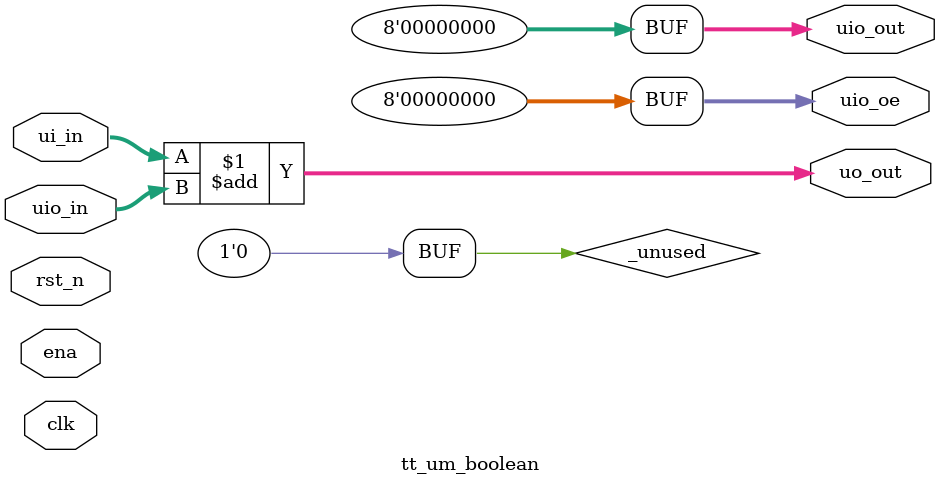
<source format=v>
/*
 * Copyright (c) 2024 Your Name
 * SPDX-License-Identifier: Apache-2.0
 */

`default_nettype none

module tt_um_boolean (
    input  wire [7:0] ui_in,    // Dedicated inputs
    output wire [7:0] uo_out,   // Dedicated outputs
    input  wire [7:0] uio_in,   // IOs: Input path
    output wire [7:0] uio_out,  // IOs: Output path
    output wire [7:0] uio_oe,   // IOs: Enable path (active high: 0=input, 1=output)
    input  wire       ena,      // always 1 when the design is powered, so you can ignore it
    input  wire       clk,      // clock
    input  wire       rst_n     // reset_n - low to reset
);

  // All output pins must be assigned. If not used, assign to 0.
  assign uo_out  = ui_in + uio_in;  // Example: ou_out is the sum of ui_in and uio_in
  assign uio_out = 0;
  assign uio_oe  = 0;

  // List all unused inputs to prevent warnings
  wire _unused = &{ena, clk, rst_n, 1'b0};

endmodule

</source>
